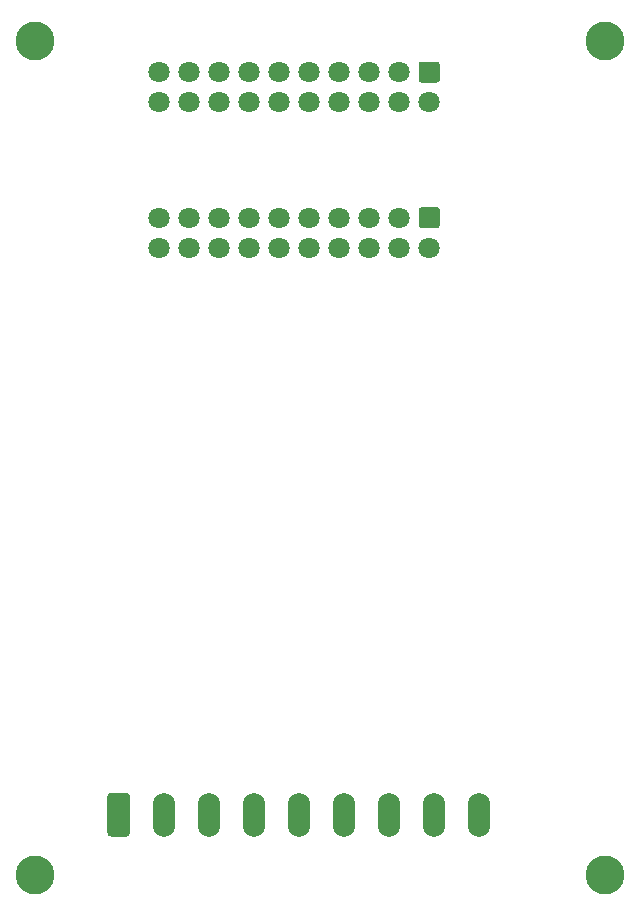
<source format=gbr>
%TF.GenerationSoftware,KiCad,Pcbnew,(5.1.6)-1*%
%TF.CreationDate,2021-03-16T16:30:30+01:00*%
%TF.ProjectId,24v-logic,3234762d-6c6f-4676-9963-2e6b69636164,rev?*%
%TF.SameCoordinates,Original*%
%TF.FileFunction,Soldermask,Bot*%
%TF.FilePolarity,Negative*%
%FSLAX46Y46*%
G04 Gerber Fmt 4.6, Leading zero omitted, Abs format (unit mm)*
G04 Created by KiCad (PCBNEW (5.1.6)-1) date 2021-03-16 16:30:30*
%MOMM*%
%LPD*%
G01*
G04 APERTURE LIST*
%ADD10C,3.300000*%
%ADD11C,1.800000*%
%ADD12O,1.900000X3.700000*%
G04 APERTURE END LIST*
D10*
%TO.C,H4*%
X134747000Y-134620000D03*
%TD*%
%TO.C,H3*%
X134747000Y-64008000D03*
%TD*%
%TO.C,H2*%
X86487000Y-134620000D03*
%TD*%
%TO.C,H1*%
X86487000Y-64008000D03*
%TD*%
D11*
%TO.C,J3*%
X97028000Y-81534000D03*
X99568000Y-81534000D03*
X102108000Y-81534000D03*
X104648000Y-81534000D03*
X107188000Y-81534000D03*
X109728000Y-81534000D03*
X112268000Y-81534000D03*
X114808000Y-81534000D03*
X117348000Y-81534000D03*
X119888000Y-81534000D03*
X97028000Y-78994000D03*
X99568000Y-78994000D03*
X102108000Y-78994000D03*
X104648000Y-78994000D03*
X107188000Y-78994000D03*
X109728000Y-78994000D03*
X112268000Y-78994000D03*
X114808000Y-78994000D03*
X117348000Y-78994000D03*
G36*
G01*
X119252706Y-78094000D02*
X120523294Y-78094000D01*
G75*
G02*
X120788000Y-78358706I0J-264706D01*
G01*
X120788000Y-79629294D01*
G75*
G02*
X120523294Y-79894000I-264706J0D01*
G01*
X119252706Y-79894000D01*
G75*
G02*
X118988000Y-79629294I0J264706D01*
G01*
X118988000Y-78358706D01*
G75*
G02*
X119252706Y-78094000I264706J0D01*
G01*
G37*
%TD*%
D12*
%TO.C,J2*%
X124079000Y-129540000D03*
X120269000Y-129540000D03*
X116459000Y-129540000D03*
X112649000Y-129540000D03*
X108839000Y-129540000D03*
X105029000Y-129540000D03*
X101219000Y-129540000D03*
X97409000Y-129540000D03*
G36*
G01*
X92649000Y-131126111D02*
X92649000Y-127953889D01*
G75*
G02*
X92912889Y-127690000I263889J0D01*
G01*
X94285111Y-127690000D01*
G75*
G02*
X94549000Y-127953889I0J-263889D01*
G01*
X94549000Y-131126111D01*
G75*
G02*
X94285111Y-131390000I-263889J0D01*
G01*
X92912889Y-131390000D01*
G75*
G02*
X92649000Y-131126111I0J263889D01*
G01*
G37*
%TD*%
D11*
%TO.C,J1*%
X97028000Y-69215000D03*
X99568000Y-69215000D03*
X102108000Y-69215000D03*
X104648000Y-69215000D03*
X107188000Y-69215000D03*
X109728000Y-69215000D03*
X112268000Y-69215000D03*
X114808000Y-69215000D03*
X117348000Y-69215000D03*
X119888000Y-69215000D03*
X97028000Y-66675000D03*
X99568000Y-66675000D03*
X102108000Y-66675000D03*
X104648000Y-66675000D03*
X107188000Y-66675000D03*
X109728000Y-66675000D03*
X112268000Y-66675000D03*
X114808000Y-66675000D03*
X117348000Y-66675000D03*
G36*
G01*
X119252706Y-65775000D02*
X120523294Y-65775000D01*
G75*
G02*
X120788000Y-66039706I0J-264706D01*
G01*
X120788000Y-67310294D01*
G75*
G02*
X120523294Y-67575000I-264706J0D01*
G01*
X119252706Y-67575000D01*
G75*
G02*
X118988000Y-67310294I0J264706D01*
G01*
X118988000Y-66039706D01*
G75*
G02*
X119252706Y-65775000I264706J0D01*
G01*
G37*
%TD*%
M02*

</source>
